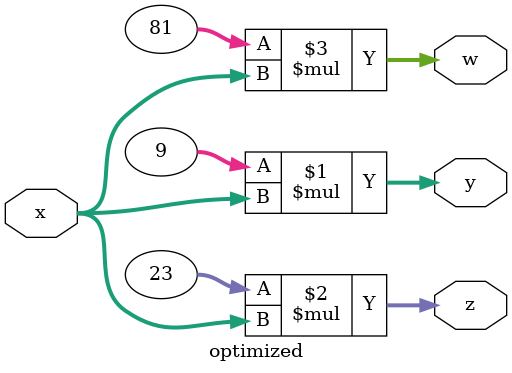
<source format=v>
module optimized(
    input [31:0] x,
    output [31:0] y,
    output [31:0] z,
    output [31:0] w
);

assign y = 9 * x ;
assign z = 23 * x ;
assign w = 81 * x ;

endmodule

</source>
